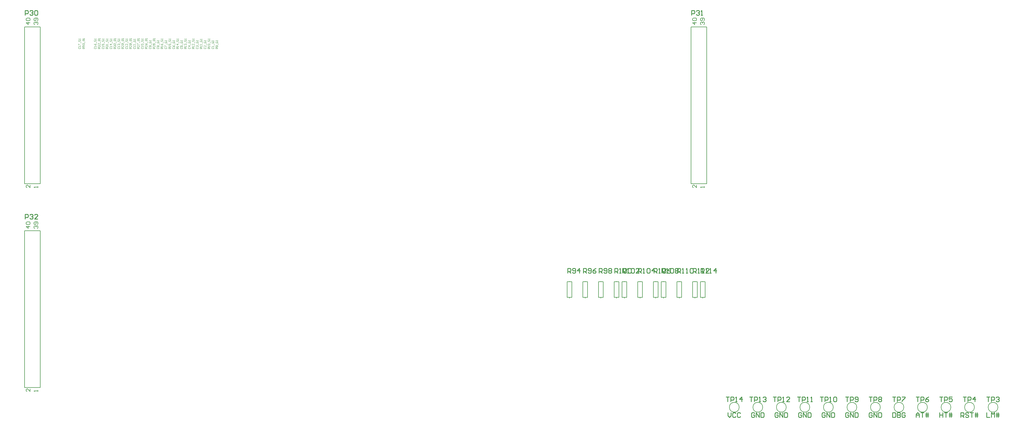
<source format=gto>
G04*
G04 #@! TF.GenerationSoftware,Altium Limited,Altium Designer,21.9.1 (22)*
G04*
G04 Layer_Color=65535*
%FSLAX25Y25*%
%MOIN*%
G70*
G04*
G04 #@! TF.SameCoordinates,96388F34-ED53-4079-84C0-77210EF012B4*
G04*
G04*
G04 #@! TF.FilePolarity,Positive*
G04*
G01*
G75*
%ADD10C,0.00787*%
%ADD11C,0.00800*%
%ADD12C,0.01000*%
%ADD13C,0.00400*%
D10*
X1106240Y120000D02*
G03*
X1106240Y120000I-6240J0D01*
G01*
X1076240D02*
G03*
X1076240Y120000I-6240J0D01*
G01*
X1016240D02*
G03*
X1016240Y120000I-6240J0D01*
G01*
X1046240D02*
G03*
X1046240Y120000I-6240J0D01*
G01*
X1166240D02*
G03*
X1166240Y120000I-6240J0D01*
G01*
X1136240D02*
G03*
X1136240Y120000I-6240J0D01*
G01*
X1196240D02*
G03*
X1196240Y120000I-6240J0D01*
G01*
X1226240D02*
G03*
X1226240Y120000I-6240J0D01*
G01*
X1256240D02*
G03*
X1256240Y120000I-6240J0D01*
G01*
X1286240D02*
G03*
X1286240Y120000I-6240J0D01*
G01*
X1316240D02*
G03*
X1316240Y120000I-6240J0D01*
G01*
X1346240D02*
G03*
X1346240Y120000I-6240J0D01*
G01*
X125000Y405000D02*
Y605000D01*
X105000Y405000D02*
Y605000D01*
Y405000D02*
X125000D01*
X105000Y605000D02*
X125000D01*
X975000Y405000D02*
Y605000D01*
X955000Y405000D02*
Y605000D01*
Y405000D02*
X975000D01*
X955000Y605000D02*
X975000D01*
X125000Y145000D02*
Y345000D01*
X105000Y145000D02*
Y345000D01*
Y145000D02*
X125000D01*
X105000Y345000D02*
X125000D01*
X967000Y280000D02*
X970000D01*
X967000Y260000D02*
Y280000D01*
Y260000D02*
X973000D01*
Y280000D01*
X970000D02*
X973000D01*
X970000Y259100D02*
Y260000D01*
Y280000D02*
Y280900D01*
X957000Y280000D02*
X960000D01*
X957000Y260000D02*
Y280000D01*
Y260000D02*
X963000D01*
Y280000D01*
X960000D02*
X963000D01*
X960000Y259100D02*
Y260000D01*
Y280000D02*
Y280900D01*
X937000Y280000D02*
X940000D01*
X937000Y260000D02*
Y280000D01*
Y260000D02*
X943000D01*
Y280000D01*
X940000D02*
X943000D01*
X940000Y259100D02*
Y260000D01*
Y280000D02*
Y280900D01*
X917000Y280000D02*
X920000D01*
X917000Y260000D02*
Y280000D01*
Y260000D02*
X923000D01*
Y280000D01*
X920000D02*
X923000D01*
X920000Y259100D02*
Y260000D01*
Y280000D02*
Y280900D01*
X907000Y280000D02*
X910000D01*
X907000Y260000D02*
Y280000D01*
Y260000D02*
X913000D01*
Y280000D01*
X910000D02*
X913000D01*
X910000Y259100D02*
Y260000D01*
Y280000D02*
Y280900D01*
X887000Y280000D02*
X890000D01*
X887000Y260000D02*
Y280000D01*
Y260000D02*
X893000D01*
Y280000D01*
X890000D02*
X893000D01*
X890000Y259100D02*
Y260000D01*
Y280000D02*
Y280900D01*
X867000Y280000D02*
X870000D01*
X867000Y260000D02*
Y280000D01*
Y260000D02*
X873000D01*
Y280000D01*
X870000D02*
X873000D01*
X870000Y259100D02*
Y260000D01*
Y280000D02*
Y280900D01*
X857000Y280000D02*
X860000D01*
X857000Y260000D02*
Y280000D01*
Y260000D02*
X863000D01*
Y280000D01*
X860000D02*
X863000D01*
X860000Y259100D02*
Y260000D01*
Y280000D02*
Y280900D01*
X837000Y280000D02*
X840000D01*
X837000Y260000D02*
Y280000D01*
Y260000D02*
X843000D01*
Y280000D01*
X840000D02*
X843000D01*
X840000Y259100D02*
Y260000D01*
Y280000D02*
Y280900D01*
X817000Y280000D02*
X820000D01*
X817000Y260000D02*
Y280000D01*
Y260000D02*
X823000D01*
Y280000D01*
X820000D02*
X823000D01*
X820000Y259100D02*
Y260000D01*
Y280000D02*
Y280900D01*
X797000Y280000D02*
X800000D01*
X797000Y260000D02*
Y280000D01*
Y260000D02*
X803000D01*
Y280000D01*
X800000D02*
X803000D01*
X800000Y259100D02*
Y260000D01*
Y280000D02*
Y280900D01*
D11*
X122000Y400000D02*
Y401666D01*
Y400833D01*
X117002D01*
X117835Y400000D01*
X112000Y403332D02*
Y400000D01*
X108668Y403332D01*
X107835D01*
X107002Y402499D01*
Y400833D01*
X107835Y400000D01*
X112000Y610499D02*
X107002D01*
X109501Y608000D01*
Y611332D01*
X107835Y612998D02*
X107002Y613831D01*
Y615498D01*
X107835Y616331D01*
X111167D01*
X112000Y615498D01*
Y613831D01*
X111167Y612998D01*
X107835D01*
X117835Y608000D02*
X117002Y608833D01*
Y610499D01*
X117835Y611332D01*
X118668D01*
X119501Y610499D01*
Y609666D01*
Y610499D01*
X120334Y611332D01*
X121167D01*
X122000Y610499D01*
Y608833D01*
X121167Y608000D01*
Y612998D02*
X122000Y613831D01*
Y615498D01*
X121167Y616331D01*
X117835D01*
X117002Y615498D01*
Y613831D01*
X117835Y612998D01*
X118668D01*
X119501Y613831D01*
Y616331D01*
X972000Y400000D02*
Y401666D01*
Y400833D01*
X967002D01*
X967835Y400000D01*
X962000Y403332D02*
Y400000D01*
X958668Y403332D01*
X957835D01*
X957002Y402499D01*
Y400833D01*
X957835Y400000D01*
X962000Y610499D02*
X957002D01*
X959501Y608000D01*
Y611332D01*
X957835Y612998D02*
X957002Y613831D01*
Y615498D01*
X957835Y616331D01*
X961167D01*
X962000Y615498D01*
Y613831D01*
X961167Y612998D01*
X957835D01*
X967835Y608000D02*
X967002Y608833D01*
Y610499D01*
X967835Y611332D01*
X968668D01*
X969501Y610499D01*
Y609666D01*
Y610499D01*
X970334Y611332D01*
X971167D01*
X972000Y610499D01*
Y608833D01*
X971167Y608000D01*
Y612998D02*
X972000Y613831D01*
Y615498D01*
X971167Y616331D01*
X967835D01*
X967002Y615498D01*
Y613831D01*
X967835Y612998D01*
X968668D01*
X969501Y613831D01*
Y616331D01*
X122000Y140000D02*
Y141666D01*
Y140833D01*
X117002D01*
X117835Y140000D01*
X112000Y143332D02*
Y140000D01*
X108668Y143332D01*
X107835D01*
X107002Y142499D01*
Y140833D01*
X107835Y140000D01*
X112000Y350499D02*
X107002D01*
X109501Y348000D01*
Y351332D01*
X107835Y352998D02*
X107002Y353831D01*
Y355498D01*
X107835Y356331D01*
X111167D01*
X112000Y355498D01*
Y353831D01*
X111167Y352998D01*
X107835D01*
X117835Y348000D02*
X117002Y348833D01*
Y350499D01*
X117835Y351332D01*
X118668D01*
X119501Y350499D01*
Y349666D01*
Y350499D01*
X120334Y351332D01*
X121167D01*
X122000Y350499D01*
Y348833D01*
X121167Y348000D01*
Y352998D02*
X122000Y353831D01*
Y355498D01*
X121167Y356331D01*
X117835D01*
X117002Y355498D01*
Y353831D01*
X117835Y352998D01*
X118668D01*
X119501Y353831D01*
Y356331D01*
D12*
X999503Y132999D02*
X1003502D01*
X1001503D01*
Y127001D01*
X1005501D02*
Y132999D01*
X1008500D01*
X1009500Y131999D01*
Y130000D01*
X1008500Y129000D01*
X1005501D01*
X1011500Y127001D02*
X1013499D01*
X1012499D01*
Y132999D01*
X1011500Y131999D01*
X1019497Y127001D02*
Y132999D01*
X1016498Y130000D01*
X1020497D01*
X1002003Y112999D02*
Y109000D01*
X1004002Y107001D01*
X1006001Y109000D01*
Y112999D01*
X1011999Y111999D02*
X1011000Y112999D01*
X1009000D01*
X1008001Y111999D01*
Y108001D01*
X1009000Y107001D01*
X1011000D01*
X1011999Y108001D01*
X1017997Y111999D02*
X1016998Y112999D01*
X1014998D01*
X1013999Y111999D01*
Y108001D01*
X1014998Y107001D01*
X1016998D01*
X1017997Y108001D01*
X1029503Y132999D02*
X1033502D01*
X1031503D01*
Y127001D01*
X1035501D02*
Y132999D01*
X1038500D01*
X1039500Y131999D01*
Y130000D01*
X1038500Y129000D01*
X1035501D01*
X1041500Y127001D02*
X1043499D01*
X1042499D01*
Y132999D01*
X1041500Y131999D01*
X1046498D02*
X1047498Y132999D01*
X1049497D01*
X1050497Y131999D01*
Y131000D01*
X1049497Y130000D01*
X1048497D01*
X1049497D01*
X1050497Y129000D01*
Y128001D01*
X1049497Y127001D01*
X1047498D01*
X1046498Y128001D01*
X1036001Y111999D02*
X1035002Y112999D01*
X1033002D01*
X1032003Y111999D01*
Y108001D01*
X1033002Y107001D01*
X1035002D01*
X1036001Y108001D01*
Y110000D01*
X1034002D01*
X1038001Y107001D02*
Y112999D01*
X1041999Y107001D01*
Y112999D01*
X1043999D02*
Y107001D01*
X1046998D01*
X1047997Y108001D01*
Y111999D01*
X1046998Y112999D01*
X1043999D01*
X1059503Y132999D02*
X1063502D01*
X1061503D01*
Y127001D01*
X1065501D02*
Y132999D01*
X1068501D01*
X1069500Y131999D01*
Y130000D01*
X1068501Y129000D01*
X1065501D01*
X1071500Y127001D02*
X1073499D01*
X1072499D01*
Y132999D01*
X1071500Y131999D01*
X1080497Y127001D02*
X1076498D01*
X1080497Y131000D01*
Y131999D01*
X1079497Y132999D01*
X1077498D01*
X1076498Y131999D01*
X1066001Y111999D02*
X1065002Y112999D01*
X1063002D01*
X1062003Y111999D01*
Y108001D01*
X1063002Y107001D01*
X1065002D01*
X1066001Y108001D01*
Y110000D01*
X1064002D01*
X1068001Y107001D02*
Y112999D01*
X1071999Y107001D01*
Y112999D01*
X1073999D02*
Y107001D01*
X1076998D01*
X1077997Y108001D01*
Y111999D01*
X1076998Y112999D01*
X1073999D01*
X1090503Y132999D02*
X1094502D01*
X1092502D01*
Y127001D01*
X1096501D02*
Y132999D01*
X1099500D01*
X1100500Y131999D01*
Y130000D01*
X1099500Y129000D01*
X1096501D01*
X1102499Y127001D02*
X1104499D01*
X1103499D01*
Y132999D01*
X1102499Y131999D01*
X1107498Y127001D02*
X1109497D01*
X1108497D01*
Y132999D01*
X1107498Y131999D01*
X1096001Y111999D02*
X1095002Y112999D01*
X1093002D01*
X1092003Y111999D01*
Y108001D01*
X1093002Y107001D01*
X1095002D01*
X1096001Y108001D01*
Y110000D01*
X1094002D01*
X1098001Y107001D02*
Y112999D01*
X1101999Y107001D01*
Y112999D01*
X1103999D02*
Y107001D01*
X1106998D01*
X1107997Y108001D01*
Y111999D01*
X1106998Y112999D01*
X1103999D01*
X1119503Y132999D02*
X1123502D01*
X1121503D01*
Y127001D01*
X1125502D02*
Y132999D01*
X1128500D01*
X1129500Y131999D01*
Y130000D01*
X1128500Y129000D01*
X1125502D01*
X1131499Y127001D02*
X1133499D01*
X1132499D01*
Y132999D01*
X1131499Y131999D01*
X1136498D02*
X1137498Y132999D01*
X1139497D01*
X1140497Y131999D01*
Y128001D01*
X1139497Y127001D01*
X1137498D01*
X1136498Y128001D01*
Y131999D01*
X1126001Y111999D02*
X1125002Y112999D01*
X1123002D01*
X1122003Y111999D01*
Y108001D01*
X1123002Y107001D01*
X1125002D01*
X1126001Y108001D01*
Y110000D01*
X1124002D01*
X1128001Y107001D02*
Y112999D01*
X1131999Y107001D01*
Y112999D01*
X1133999D02*
Y107001D01*
X1136998D01*
X1137997Y108001D01*
Y111999D01*
X1136998Y112999D01*
X1133999D01*
X1152003Y132999D02*
X1156001D01*
X1154002D01*
Y127001D01*
X1158001D02*
Y132999D01*
X1161000D01*
X1161999Y131999D01*
Y130000D01*
X1161000Y129000D01*
X1158001D01*
X1163999Y128001D02*
X1164998Y127001D01*
X1166998D01*
X1167997Y128001D01*
Y131999D01*
X1166998Y132999D01*
X1164998D01*
X1163999Y131999D01*
Y131000D01*
X1164998Y130000D01*
X1167997D01*
X1156001Y111999D02*
X1155002Y112999D01*
X1153002D01*
X1152003Y111999D01*
Y108001D01*
X1153002Y107001D01*
X1155002D01*
X1156001Y108001D01*
Y110000D01*
X1154002D01*
X1158001Y107001D02*
Y112999D01*
X1161999Y107001D01*
Y112999D01*
X1163999D02*
Y107001D01*
X1166998D01*
X1167997Y108001D01*
Y111999D01*
X1166998Y112999D01*
X1163999D01*
X1182003Y132999D02*
X1186001D01*
X1184002D01*
Y127001D01*
X1188001D02*
Y132999D01*
X1191000D01*
X1191999Y131999D01*
Y130000D01*
X1191000Y129000D01*
X1188001D01*
X1193999Y131999D02*
X1194998Y132999D01*
X1196998D01*
X1197997Y131999D01*
Y131000D01*
X1196998Y130000D01*
X1197997Y129000D01*
Y128001D01*
X1196998Y127001D01*
X1194998D01*
X1193999Y128001D01*
Y129000D01*
X1194998Y130000D01*
X1193999Y131000D01*
Y131999D01*
X1194998Y130000D02*
X1196998D01*
X1186001Y111999D02*
X1185002Y112999D01*
X1183002D01*
X1182003Y111999D01*
Y108001D01*
X1183002Y107001D01*
X1185002D01*
X1186001Y108001D01*
Y110000D01*
X1184002D01*
X1188001Y107001D02*
Y112999D01*
X1191999Y107001D01*
Y112999D01*
X1193999D02*
Y107001D01*
X1196998D01*
X1197997Y108001D01*
Y111999D01*
X1196998Y112999D01*
X1193999D01*
X1212003Y132999D02*
X1216001D01*
X1214002D01*
Y127001D01*
X1218001D02*
Y132999D01*
X1221000D01*
X1221999Y131999D01*
Y130000D01*
X1221000Y129000D01*
X1218001D01*
X1223999Y132999D02*
X1227997D01*
Y131999D01*
X1223999Y128001D01*
Y127001D01*
X1212003Y112999D02*
Y107001D01*
X1215002D01*
X1216001Y108001D01*
Y111999D01*
X1215002Y112999D01*
X1212003D01*
X1218001D02*
Y107001D01*
X1221000D01*
X1221999Y108001D01*
Y109000D01*
X1221000Y110000D01*
X1218001D01*
X1221000D01*
X1221999Y111000D01*
Y111999D01*
X1221000Y112999D01*
X1218001D01*
X1227997Y111999D02*
X1226998Y112999D01*
X1224998D01*
X1223999Y111999D01*
Y108001D01*
X1224998Y107001D01*
X1226998D01*
X1227997Y108001D01*
Y110000D01*
X1225998D01*
X1242003Y132999D02*
X1246001D01*
X1244002D01*
Y127001D01*
X1248001D02*
Y132999D01*
X1251000D01*
X1251999Y131999D01*
Y130000D01*
X1251000Y129000D01*
X1248001D01*
X1257997Y132999D02*
X1255998Y131999D01*
X1253999Y130000D01*
Y128001D01*
X1254998Y127001D01*
X1256998D01*
X1257997Y128001D01*
Y129000D01*
X1256998Y130000D01*
X1253999D01*
X1242003Y107001D02*
Y111000D01*
X1244002Y112999D01*
X1246001Y111000D01*
Y107001D01*
Y110000D01*
X1242003D01*
X1248001Y112999D02*
X1251999D01*
X1250000D01*
Y107001D01*
X1254998D02*
Y112999D01*
X1256998D02*
Y107001D01*
X1253999Y111000D02*
X1256998D01*
X1257997D01*
X1253999Y109000D02*
X1257997D01*
X1272003Y132999D02*
X1276001D01*
X1274002D01*
Y127001D01*
X1278001D02*
Y132999D01*
X1281000D01*
X1281999Y131999D01*
Y130000D01*
X1281000Y129000D01*
X1278001D01*
X1287997Y132999D02*
X1283999D01*
Y130000D01*
X1285998Y131000D01*
X1286998D01*
X1287997Y130000D01*
Y128001D01*
X1286998Y127001D01*
X1284998D01*
X1283999Y128001D01*
X1272003Y112999D02*
Y107001D01*
Y110000D01*
X1276001D01*
Y112999D01*
Y107001D01*
X1278001Y112999D02*
X1281999D01*
X1280000D01*
Y107001D01*
X1284998D02*
Y112999D01*
X1286998D02*
Y107001D01*
X1283999Y111000D02*
X1286998D01*
X1287997D01*
X1283999Y109000D02*
X1287997D01*
X1302003Y132999D02*
X1306001D01*
X1304002D01*
Y127001D01*
X1308001D02*
Y132999D01*
X1311000D01*
X1311999Y131999D01*
Y130000D01*
X1311000Y129000D01*
X1308001D01*
X1316998Y127001D02*
Y132999D01*
X1313999Y130000D01*
X1317997D01*
X1299004Y107001D02*
Y112999D01*
X1302003D01*
X1303002Y111999D01*
Y110000D01*
X1302003Y109000D01*
X1299004D01*
X1301003D02*
X1303002Y107001D01*
X1309000Y111999D02*
X1308001Y112999D01*
X1306001D01*
X1305002Y111999D01*
Y111000D01*
X1306001Y110000D01*
X1308001D01*
X1309000Y109000D01*
Y108001D01*
X1308001Y107001D01*
X1306001D01*
X1305002Y108001D01*
X1311000Y112999D02*
X1314998D01*
X1312999D01*
Y107001D01*
X1317997D02*
Y112999D01*
X1319997D02*
Y107001D01*
X1316998Y111000D02*
X1319997D01*
X1320996D01*
X1316998Y109000D02*
X1320996D01*
X1332003Y132999D02*
X1336001D01*
X1334002D01*
Y127001D01*
X1338001D02*
Y132999D01*
X1341000D01*
X1341999Y131999D01*
Y130000D01*
X1341000Y129000D01*
X1338001D01*
X1343999Y131999D02*
X1344998Y132999D01*
X1346998D01*
X1347997Y131999D01*
Y131000D01*
X1346998Y130000D01*
X1345998D01*
X1346998D01*
X1347997Y129000D01*
Y128001D01*
X1346998Y127001D01*
X1344998D01*
X1343999Y128001D01*
X1332003Y112999D02*
Y107001D01*
X1336001D01*
X1338001D02*
Y112999D01*
X1340000Y111000D01*
X1341999Y112999D01*
Y107001D01*
X1344998D02*
Y112999D01*
X1346998D02*
Y107001D01*
X1343999Y111000D02*
X1346998D01*
X1347997D01*
X1343999Y109000D02*
X1347997D01*
X105600Y620100D02*
Y626098D01*
X108599D01*
X109599Y625098D01*
Y623099D01*
X108599Y622099D01*
X105600D01*
X111598Y625098D02*
X112598Y626098D01*
X114597D01*
X115597Y625098D01*
Y624099D01*
X114597Y623099D01*
X113597D01*
X114597D01*
X115597Y622099D01*
Y621100D01*
X114597Y620100D01*
X112598D01*
X111598Y621100D01*
X117596Y625098D02*
X118596Y626098D01*
X120595D01*
X121595Y625098D01*
Y621100D01*
X120595Y620100D01*
X118596D01*
X117596Y621100D01*
Y625098D01*
X955600Y620100D02*
Y626098D01*
X958599D01*
X959599Y625098D01*
Y623099D01*
X958599Y622099D01*
X955600D01*
X961598Y625098D02*
X962598Y626098D01*
X964597D01*
X965597Y625098D01*
Y624099D01*
X964597Y623099D01*
X963597D01*
X964597D01*
X965597Y622099D01*
Y621100D01*
X964597Y620100D01*
X962598D01*
X961598Y621100D01*
X967596Y620100D02*
X969596D01*
X968596D01*
Y626098D01*
X967596Y625098D01*
X105600Y360100D02*
Y366098D01*
X108599D01*
X109599Y365098D01*
Y363099D01*
X108599Y362099D01*
X105600D01*
X111598Y365098D02*
X112598Y366098D01*
X114597D01*
X115597Y365098D01*
Y364099D01*
X114597Y363099D01*
X113597D01*
X114597D01*
X115597Y362099D01*
Y361100D01*
X114597Y360100D01*
X112598D01*
X111598Y361100D01*
X121595Y360100D02*
X117596D01*
X121595Y364099D01*
Y365098D01*
X120595Y366098D01*
X118596D01*
X117596Y365098D01*
X937600Y291200D02*
Y297198D01*
X940599D01*
X941599Y296198D01*
Y294199D01*
X940599Y293199D01*
X937600D01*
X939599D02*
X941599Y291200D01*
X943598D02*
X945597D01*
X944598D01*
Y297198D01*
X943598Y296198D01*
X948596Y291200D02*
X950596D01*
X949596D01*
Y297198D01*
X948596Y296198D01*
X953595D02*
X954595Y297198D01*
X956594D01*
X957594Y296198D01*
Y292200D01*
X956594Y291200D01*
X954595D01*
X953595Y292200D01*
Y296198D01*
X967600Y291200D02*
Y297198D01*
X970599D01*
X971599Y296198D01*
Y294199D01*
X970599Y293199D01*
X967600D01*
X969599D02*
X971599Y291200D01*
X973598D02*
X975597D01*
X974598D01*
Y297198D01*
X973598Y296198D01*
X978596Y291200D02*
X980596D01*
X979596D01*
Y297198D01*
X978596Y296198D01*
X986594Y291200D02*
Y297198D01*
X983595Y294199D01*
X987593D01*
X907600Y291200D02*
Y297198D01*
X910599D01*
X911599Y296198D01*
Y294199D01*
X910599Y293199D01*
X907600D01*
X909599D02*
X911599Y291200D01*
X913598D02*
X915597D01*
X914598D01*
Y297198D01*
X913598Y296198D01*
X918596D02*
X919596Y297198D01*
X921595D01*
X922595Y296198D01*
Y292200D01*
X921595Y291200D01*
X919596D01*
X918596Y292200D01*
Y296198D01*
X928593Y297198D02*
X926594Y296198D01*
X924594Y294199D01*
Y292200D01*
X925594Y291200D01*
X927594D01*
X928593Y292200D01*
Y293199D01*
X927594Y294199D01*
X924594D01*
X857600Y291200D02*
Y297198D01*
X860599D01*
X861599Y296198D01*
Y294199D01*
X860599Y293199D01*
X857600D01*
X859599D02*
X861599Y291200D01*
X863598D02*
X865597D01*
X864598D01*
Y297198D01*
X863598Y296198D01*
X868596D02*
X869596Y297198D01*
X871595D01*
X872595Y296198D01*
Y292200D01*
X871595Y291200D01*
X869596D01*
X868596Y292200D01*
Y296198D01*
X874594D02*
X875594Y297198D01*
X877594D01*
X878593Y296198D01*
Y292200D01*
X877594Y291200D01*
X875594D01*
X874594Y292200D01*
Y296198D01*
X957600Y291200D02*
Y297198D01*
X960599D01*
X961599Y296198D01*
Y294199D01*
X960599Y293199D01*
X957600D01*
X959599D02*
X961599Y291200D01*
X963598D02*
X965597D01*
X964598D01*
Y297198D01*
X963598Y296198D01*
X968596Y291200D02*
X970596D01*
X969596D01*
Y297198D01*
X968596Y296198D01*
X977594Y291200D02*
X973595D01*
X977594Y295199D01*
Y296198D01*
X976594Y297198D01*
X974594D01*
X973595Y296198D01*
X817600Y291200D02*
Y297198D01*
X820599D01*
X821599Y296198D01*
Y294199D01*
X820599Y293199D01*
X817600D01*
X819599D02*
X821599Y291200D01*
X823598Y292200D02*
X824598Y291200D01*
X826597D01*
X827597Y292200D01*
Y296198D01*
X826597Y297198D01*
X824598D01*
X823598Y296198D01*
Y295199D01*
X824598Y294199D01*
X827597D01*
X833595Y297198D02*
X831596Y296198D01*
X829596Y294199D01*
Y292200D01*
X830596Y291200D01*
X832595D01*
X833595Y292200D01*
Y293199D01*
X832595Y294199D01*
X829596D01*
X837600Y291200D02*
Y297198D01*
X840599D01*
X841599Y296198D01*
Y294199D01*
X840599Y293199D01*
X837600D01*
X839599D02*
X841599Y291200D01*
X843598Y292200D02*
X844598Y291200D01*
X846597D01*
X847597Y292200D01*
Y296198D01*
X846597Y297198D01*
X844598D01*
X843598Y296198D01*
Y295199D01*
X844598Y294199D01*
X847597D01*
X849596Y296198D02*
X850596Y297198D01*
X852595D01*
X853595Y296198D01*
Y295199D01*
X852595Y294199D01*
X853595Y293199D01*
Y292200D01*
X852595Y291200D01*
X850596D01*
X849596Y292200D01*
Y293199D01*
X850596Y294199D01*
X849596Y295199D01*
Y296198D01*
X850596Y294199D02*
X852595D01*
X887600Y291200D02*
Y297198D01*
X890599D01*
X891599Y296198D01*
Y294199D01*
X890599Y293199D01*
X887600D01*
X889599D02*
X891599Y291200D01*
X893598D02*
X895597D01*
X894598D01*
Y297198D01*
X893598Y296198D01*
X898596D02*
X899596Y297198D01*
X901595D01*
X902595Y296198D01*
Y292200D01*
X901595Y291200D01*
X899596D01*
X898596Y292200D01*
Y296198D01*
X907594Y291200D02*
Y297198D01*
X904595Y294199D01*
X908593D01*
X867600Y291200D02*
Y297198D01*
X870599D01*
X871599Y296198D01*
Y294199D01*
X870599Y293199D01*
X867600D01*
X869599D02*
X871599Y291200D01*
X873598D02*
X875597D01*
X874598D01*
Y297198D01*
X873598Y296198D01*
X878596D02*
X879596Y297198D01*
X881596D01*
X882595Y296198D01*
Y292200D01*
X881596Y291200D01*
X879596D01*
X878596Y292200D01*
Y296198D01*
X888593Y291200D02*
X884595D01*
X888593Y295199D01*
Y296198D01*
X887593Y297198D01*
X885594D01*
X884595Y296198D01*
X797600Y291200D02*
Y297198D01*
X800599D01*
X801599Y296198D01*
Y294199D01*
X800599Y293199D01*
X797600D01*
X799599D02*
X801599Y291200D01*
X803598Y292200D02*
X804598Y291200D01*
X806597D01*
X807597Y292200D01*
Y296198D01*
X806597Y297198D01*
X804598D01*
X803598Y296198D01*
Y295199D01*
X804598Y294199D01*
X807597D01*
X812595Y291200D02*
Y297198D01*
X809596Y294199D01*
X813595D01*
X917600Y291200D02*
Y297198D01*
X920599D01*
X921599Y296198D01*
Y294199D01*
X920599Y293199D01*
X917600D01*
X919599D02*
X921599Y291200D01*
X923598D02*
X925597D01*
X924598D01*
Y297198D01*
X923598Y296198D01*
X928596D02*
X929596Y297198D01*
X931596D01*
X932595Y296198D01*
Y292200D01*
X931596Y291200D01*
X929596D01*
X928596Y292200D01*
Y296198D01*
X934595D02*
X935594Y297198D01*
X937593D01*
X938593Y296198D01*
Y295199D01*
X937593Y294199D01*
X938593Y293199D01*
Y292200D01*
X937593Y291200D01*
X935594D01*
X934595Y292200D01*
Y293199D01*
X935594Y294199D01*
X934595Y295199D01*
Y296198D01*
X935594Y294199D02*
X937593D01*
D13*
X181184Y577400D02*
X178684D01*
Y578650D01*
X179101Y579066D01*
X179934D01*
X180350Y578650D01*
Y577400D01*
Y578233D02*
X181184Y579066D01*
X178684Y581565D02*
Y579899D01*
X179934D01*
X179517Y580732D01*
Y581149D01*
X179934Y581565D01*
X180767D01*
X181184Y581149D01*
Y580316D01*
X180767Y579899D01*
X179101Y582398D02*
X178684Y582815D01*
Y583648D01*
X179101Y584064D01*
X180767D01*
X181184Y583648D01*
Y582815D01*
X180767Y582398D01*
X179101D01*
X181600Y584898D02*
Y586564D01*
X179101Y589063D02*
X178684Y588646D01*
Y587813D01*
X179101Y587397D01*
X180767D01*
X181184Y587813D01*
Y588646D01*
X180767Y589063D01*
X179934D01*
Y588230D01*
X181184Y589896D02*
Y590729D01*
Y590312D01*
X178684D01*
X179101Y589896D01*
X201041Y577400D02*
X198542D01*
Y578650D01*
X198959Y579066D01*
X199792D01*
X200208Y578650D01*
Y577400D01*
Y578233D02*
X201041Y579066D01*
X198959Y579899D02*
X198542Y580316D01*
Y581149D01*
X198959Y581565D01*
X199375D01*
X199792Y581149D01*
Y580732D01*
Y581149D01*
X200208Y581565D01*
X200625D01*
X201041Y581149D01*
Y580316D01*
X200625Y579899D01*
X201041Y584064D02*
Y582398D01*
X199375Y584064D01*
X198959D01*
X198542Y583648D01*
Y582815D01*
X198959Y582398D01*
X201458Y584898D02*
Y586564D01*
X198959Y589063D02*
X198542Y588646D01*
Y587813D01*
X198959Y587397D01*
X200625D01*
X201041Y587813D01*
Y588646D01*
X200625Y589063D01*
X199792D01*
Y588230D01*
X201041Y589896D02*
Y590729D01*
Y590312D01*
X198542D01*
X198959Y589896D01*
X211041Y577400D02*
X208542D01*
Y578650D01*
X208959Y579066D01*
X209792D01*
X210208Y578650D01*
Y577400D01*
Y578233D02*
X211041Y579066D01*
X208959Y579899D02*
X208542Y580316D01*
Y581149D01*
X208959Y581565D01*
X209375D01*
X209792Y581149D01*
Y580732D01*
Y581149D01*
X210208Y581565D01*
X210625D01*
X211041Y581149D01*
Y580316D01*
X210625Y579899D01*
X211041Y582398D02*
Y583231D01*
Y582815D01*
X208542D01*
X208959Y582398D01*
X211458Y584481D02*
Y586147D01*
X208959Y588646D02*
X208542Y588230D01*
Y587397D01*
X208959Y586980D01*
X210625D01*
X211041Y587397D01*
Y588230D01*
X210625Y588646D01*
X209792D01*
Y587813D01*
X211041Y589479D02*
Y590312D01*
Y589896D01*
X208542D01*
X208959Y589479D01*
X221041Y577400D02*
X218542D01*
Y578650D01*
X218959Y579066D01*
X219792D01*
X220208Y578650D01*
Y577400D01*
Y578233D02*
X221041Y579066D01*
X218959Y579899D02*
X218542Y580316D01*
Y581149D01*
X218959Y581565D01*
X219375D01*
X219792Y581149D01*
Y580732D01*
Y581149D01*
X220208Y581565D01*
X220625D01*
X221041Y581149D01*
Y580316D01*
X220625Y579899D01*
X218959Y582398D02*
X218542Y582815D01*
Y583648D01*
X218959Y584064D01*
X220625D01*
X221041Y583648D01*
Y582815D01*
X220625Y582398D01*
X218959D01*
X221458Y584898D02*
Y586564D01*
X218959Y589063D02*
X218542Y588646D01*
Y587813D01*
X218959Y587397D01*
X220625D01*
X221041Y587813D01*
Y588646D01*
X220625Y589063D01*
X219792D01*
Y588230D01*
X221041Y589896D02*
Y590729D01*
Y590312D01*
X218542D01*
X218959Y589896D01*
X231041Y577400D02*
X228542D01*
Y578650D01*
X228959Y579066D01*
X229792D01*
X230208Y578650D01*
Y577400D01*
Y578233D02*
X231041Y579066D01*
Y581565D02*
Y579899D01*
X229375Y581565D01*
X228959D01*
X228542Y581149D01*
Y580316D01*
X228959Y579899D01*
X230625Y582398D02*
X231041Y582815D01*
Y583648D01*
X230625Y584064D01*
X228959D01*
X228542Y583648D01*
Y582815D01*
X228959Y582398D01*
X229375D01*
X229792Y582815D01*
Y584064D01*
X231458Y584898D02*
Y586564D01*
X228959Y589063D02*
X228542Y588646D01*
Y587813D01*
X228959Y587397D01*
X230625D01*
X231041Y587813D01*
Y588646D01*
X230625Y589063D01*
X229792D01*
Y588230D01*
X231041Y589896D02*
Y590729D01*
Y590312D01*
X228542D01*
X228959Y589896D01*
X241041Y577400D02*
X238542D01*
Y578650D01*
X238959Y579066D01*
X239792D01*
X240208Y578650D01*
Y577400D01*
Y578233D02*
X241041Y579066D01*
Y581565D02*
Y579899D01*
X239375Y581565D01*
X238959D01*
X238542Y581149D01*
Y580316D01*
X238959Y579899D01*
Y582398D02*
X238542Y582815D01*
Y583648D01*
X238959Y584064D01*
X239375D01*
X239792Y583648D01*
X240208Y584064D01*
X240625D01*
X241041Y583648D01*
Y582815D01*
X240625Y582398D01*
X240208D01*
X239792Y582815D01*
X239375Y582398D01*
X238959D01*
X239792Y582815D02*
Y583648D01*
X241458Y584898D02*
Y586564D01*
X238959Y589063D02*
X238542Y588646D01*
Y587813D01*
X238959Y587397D01*
X240625D01*
X241041Y587813D01*
Y588646D01*
X240625Y589063D01*
X239792D01*
Y588230D01*
X241041Y589896D02*
Y590729D01*
Y590312D01*
X238542D01*
X238959Y589896D01*
X251041Y577400D02*
X248542D01*
Y578650D01*
X248959Y579066D01*
X249792D01*
X250208Y578650D01*
Y577400D01*
Y578233D02*
X251041Y579066D01*
Y581565D02*
Y579899D01*
X249375Y581565D01*
X248959D01*
X248542Y581149D01*
Y580316D01*
X248959Y579899D01*
X248542Y582398D02*
Y584064D01*
X248959D01*
X250625Y582398D01*
X251041D01*
X251458Y584898D02*
Y586564D01*
X248959Y589063D02*
X248542Y588646D01*
Y587813D01*
X248959Y587397D01*
X250625D01*
X251041Y587813D01*
Y588646D01*
X250625Y589063D01*
X249792D01*
Y588230D01*
X251041Y589896D02*
Y590729D01*
Y590312D01*
X248542D01*
X248959Y589896D01*
X261041Y577400D02*
X258542D01*
Y578650D01*
X258959Y579066D01*
X259792D01*
X260208Y578650D01*
Y577400D01*
Y578233D02*
X261041Y579066D01*
Y581565D02*
Y579899D01*
X259375Y581565D01*
X258959D01*
X258542Y581149D01*
Y580316D01*
X258959Y579899D01*
X258542Y584064D02*
X258959Y583231D01*
X259792Y582398D01*
X260625D01*
X261041Y582815D01*
Y583648D01*
X260625Y584064D01*
X260208D01*
X259792Y583648D01*
Y582398D01*
X261458Y584898D02*
Y586564D01*
X258959Y589063D02*
X258542Y588646D01*
Y587813D01*
X258959Y587397D01*
X260625D01*
X261041Y587813D01*
Y588646D01*
X260625Y589063D01*
X259792D01*
Y588230D01*
X261041Y589896D02*
Y590729D01*
Y590312D01*
X258542D01*
X258959Y589896D01*
X271041Y577400D02*
X268542D01*
Y578650D01*
X268959Y579066D01*
X269792D01*
X270208Y578650D01*
Y577400D01*
Y578233D02*
X271041Y579066D01*
Y581565D02*
Y579899D01*
X269375Y581565D01*
X268959D01*
X268542Y581149D01*
Y580316D01*
X268959Y579899D01*
X268542Y584064D02*
Y582398D01*
X269792D01*
X269375Y583231D01*
Y583648D01*
X269792Y584064D01*
X270625D01*
X271041Y583648D01*
Y582815D01*
X270625Y582398D01*
X271458Y584898D02*
Y586564D01*
X268959Y589063D02*
X268542Y588646D01*
Y587813D01*
X268959Y587397D01*
X270625D01*
X271041Y587813D01*
Y588646D01*
X270625Y589063D01*
X269792D01*
Y588230D01*
X271041Y589896D02*
Y590729D01*
Y590312D01*
X268542D01*
X268959Y589896D01*
X281041Y577400D02*
X278542D01*
Y578650D01*
X278959Y579066D01*
X279792D01*
X280208Y578650D01*
Y577400D01*
Y578233D02*
X281041Y579066D01*
Y579899D02*
Y580732D01*
Y580316D01*
X278542D01*
X278959Y579899D01*
X278542Y583648D02*
X278959Y582815D01*
X279792Y581982D01*
X280625D01*
X281041Y582398D01*
Y583231D01*
X280625Y583648D01*
X280208D01*
X279792Y583231D01*
Y581982D01*
X281458Y584481D02*
Y586147D01*
X278959Y588646D02*
X278542Y588230D01*
Y587397D01*
X278959Y586980D01*
X280625D01*
X281041Y587397D01*
Y588230D01*
X280625Y588646D01*
X279792D01*
Y587813D01*
X281041Y589479D02*
Y590312D01*
Y589896D01*
X278542D01*
X278959Y589479D01*
X291041Y577400D02*
X288542D01*
Y578650D01*
X288959Y579066D01*
X289792D01*
X290208Y578650D01*
Y577400D01*
Y578233D02*
X291041Y579066D01*
Y579899D02*
Y580732D01*
Y580316D01*
X288542D01*
X288959Y579899D01*
X288542Y583648D02*
Y581982D01*
X289792D01*
X289375Y582815D01*
Y583231D01*
X289792Y583648D01*
X290625D01*
X291041Y583231D01*
Y582398D01*
X290625Y581982D01*
X291458Y584481D02*
Y586147D01*
X288959Y588646D02*
X288542Y588230D01*
Y587397D01*
X288959Y586980D01*
X290625D01*
X291041Y587397D01*
Y588230D01*
X290625Y588646D01*
X289792D01*
Y587813D01*
X291041Y589479D02*
Y590312D01*
Y589896D01*
X288542D01*
X288959Y589479D01*
X301041Y577400D02*
X298542D01*
Y578650D01*
X298959Y579066D01*
X299792D01*
X300208Y578650D01*
Y577400D01*
Y578233D02*
X301041Y579066D01*
Y579899D02*
Y580732D01*
Y580316D01*
X298542D01*
X298959Y579899D01*
X301041Y583231D02*
X298542D01*
X299792Y581982D01*
Y583648D01*
X301458Y584481D02*
Y586147D01*
X298959Y588646D02*
X298542Y588230D01*
Y587397D01*
X298959Y586980D01*
X300625D01*
X301041Y587397D01*
Y588230D01*
X300625Y588646D01*
X299792D01*
Y587813D01*
X301041Y589479D02*
Y590312D01*
Y589896D01*
X298542D01*
X298959Y589479D01*
X311041Y577400D02*
X308542D01*
Y578650D01*
X308959Y579066D01*
X309792D01*
X310208Y578650D01*
Y577400D01*
Y578233D02*
X311041Y579066D01*
Y579899D02*
Y580732D01*
Y580316D01*
X308542D01*
X308959Y579899D01*
Y581982D02*
X308542Y582398D01*
Y583231D01*
X308959Y583648D01*
X309375D01*
X309792Y583231D01*
Y582815D01*
Y583231D01*
X310208Y583648D01*
X310625D01*
X311041Y583231D01*
Y582398D01*
X310625Y581982D01*
X311458Y584481D02*
Y586147D01*
X308959Y588646D02*
X308542Y588230D01*
Y587397D01*
X308959Y586980D01*
X310625D01*
X311041Y587397D01*
Y588230D01*
X310625Y588646D01*
X309792D01*
Y587813D01*
X311041Y589479D02*
Y590312D01*
Y589896D01*
X308542D01*
X308959Y589479D01*
X321041Y577400D02*
X318542D01*
Y578650D01*
X318959Y579066D01*
X319792D01*
X320208Y578650D01*
Y577400D01*
Y578233D02*
X321041Y579066D01*
Y579899D02*
Y580732D01*
Y580316D01*
X318542D01*
X318959Y579899D01*
X321041Y583648D02*
Y581982D01*
X319375Y583648D01*
X318959D01*
X318542Y583231D01*
Y582398D01*
X318959Y581982D01*
X321458Y584481D02*
Y586147D01*
X318959Y588646D02*
X318542Y588230D01*
Y587397D01*
X318959Y586980D01*
X320625D01*
X321041Y587397D01*
Y588230D01*
X320625Y588646D01*
X319792D01*
Y587813D01*
X321041Y589479D02*
Y590312D01*
Y589896D01*
X318542D01*
X318959Y589479D01*
X331041Y577400D02*
X328542D01*
Y578650D01*
X328959Y579066D01*
X329792D01*
X330208Y578650D01*
Y577400D01*
Y578233D02*
X331041Y579066D01*
Y579899D02*
Y580732D01*
Y580316D01*
X328542D01*
X328959Y579899D01*
X331041Y581982D02*
Y582815D01*
Y582398D01*
X328542D01*
X328959Y581982D01*
X331458Y584064D02*
Y585731D01*
X328959Y588230D02*
X328542Y587813D01*
Y586980D01*
X328959Y586564D01*
X330625D01*
X331041Y586980D01*
Y587813D01*
X330625Y588230D01*
X329792D01*
Y587397D01*
X331041Y589063D02*
Y589896D01*
Y589479D01*
X328542D01*
X328959Y589063D01*
X341041Y577400D02*
X338542D01*
Y578650D01*
X338959Y579066D01*
X339792D01*
X340208Y578650D01*
Y577400D01*
Y578233D02*
X341041Y579066D01*
Y579899D02*
Y580732D01*
Y580316D01*
X338542D01*
X338959Y579899D01*
Y581982D02*
X338542Y582398D01*
Y583231D01*
X338959Y583648D01*
X340625D01*
X341041Y583231D01*
Y582398D01*
X340625Y581982D01*
X338959D01*
X341458Y584481D02*
Y586147D01*
X338959Y588646D02*
X338542Y588230D01*
Y587397D01*
X338959Y586980D01*
X340625D01*
X341041Y587397D01*
Y588230D01*
X340625Y588646D01*
X339792D01*
Y587813D01*
X341041Y589479D02*
Y590312D01*
Y589896D01*
X338542D01*
X338959Y589479D01*
X351041Y577400D02*
X348542D01*
Y578650D01*
X348959Y579066D01*
X349792D01*
X350208Y578650D01*
Y577400D01*
Y578233D02*
X351041Y579066D01*
X350625Y579899D02*
X351041Y580316D01*
Y581149D01*
X350625Y581565D01*
X348959D01*
X348542Y581149D01*
Y580316D01*
X348959Y579899D01*
X349375D01*
X349792Y580316D01*
Y581565D01*
X351458Y582398D02*
Y584064D01*
X348959Y586564D02*
X348542Y586147D01*
Y585314D01*
X348959Y584898D01*
X350625D01*
X351041Y585314D01*
Y586147D01*
X350625Y586564D01*
X349792D01*
Y585731D01*
X351041Y587397D02*
Y588230D01*
Y587813D01*
X348542D01*
X348959Y587397D01*
X173959Y579066D02*
X173542Y578650D01*
Y577816D01*
X173959Y577400D01*
X175625D01*
X176041Y577816D01*
Y578650D01*
X175625Y579066D01*
X176041Y579899D02*
Y580732D01*
Y580316D01*
X173542D01*
X173959Y579899D01*
X173542Y581982D02*
Y583648D01*
X173959D01*
X175625Y581982D01*
X176041D01*
X176458Y584481D02*
Y586147D01*
X173959Y588646D02*
X173542Y588230D01*
Y587397D01*
X173959Y586980D01*
X175625D01*
X176041Y587397D01*
Y588230D01*
X175625Y588646D01*
X174792D01*
Y587813D01*
X176041Y589479D02*
Y590312D01*
Y589896D01*
X173542D01*
X173959Y589479D01*
X193959Y579066D02*
X193542Y578650D01*
Y577816D01*
X193959Y577400D01*
X195625D01*
X196041Y577816D01*
Y578650D01*
X195625Y579066D01*
X196041Y579899D02*
Y580732D01*
Y580316D01*
X193542D01*
X193959Y579899D01*
X193542Y583648D02*
X193959Y582815D01*
X194792Y581982D01*
X195625D01*
X196041Y582398D01*
Y583231D01*
X195625Y583648D01*
X195208D01*
X194792Y583231D01*
Y581982D01*
X196458Y584481D02*
Y586147D01*
X193959Y588646D02*
X193542Y588230D01*
Y587397D01*
X193959Y586980D01*
X195625D01*
X196041Y587397D01*
Y588230D01*
X195625Y588646D01*
X194792D01*
Y587813D01*
X196041Y589479D02*
Y590312D01*
Y589896D01*
X193542D01*
X193959Y589479D01*
X203959Y579066D02*
X203542Y578650D01*
Y577816D01*
X203959Y577400D01*
X205625D01*
X206041Y577816D01*
Y578650D01*
X205625Y579066D01*
X206041Y579899D02*
Y580732D01*
Y580316D01*
X203542D01*
X203959Y579899D01*
X203542Y583648D02*
Y581982D01*
X204792D01*
X204375Y582815D01*
Y583231D01*
X204792Y583648D01*
X205625D01*
X206041Y583231D01*
Y582398D01*
X205625Y581982D01*
X206458Y584481D02*
Y586147D01*
X203959Y588646D02*
X203542Y588230D01*
Y587397D01*
X203959Y586980D01*
X205625D01*
X206041Y587397D01*
Y588230D01*
X205625Y588646D01*
X204792D01*
Y587813D01*
X206041Y589479D02*
Y590312D01*
Y589896D01*
X203542D01*
X203959Y589479D01*
X213959Y579066D02*
X213542Y578650D01*
Y577816D01*
X213959Y577400D01*
X215625D01*
X216041Y577816D01*
Y578650D01*
X215625Y579066D01*
X216041Y579899D02*
Y580732D01*
Y580316D01*
X213542D01*
X213959Y579899D01*
X216041Y583231D02*
X213542D01*
X214792Y581982D01*
Y583648D01*
X216458Y584481D02*
Y586147D01*
X213959Y588646D02*
X213542Y588230D01*
Y587397D01*
X213959Y586980D01*
X215625D01*
X216041Y587397D01*
Y588230D01*
X215625Y588646D01*
X214792D01*
Y587813D01*
X216041Y589479D02*
Y590312D01*
Y589896D01*
X213542D01*
X213959Y589479D01*
X223959Y579066D02*
X223542Y578650D01*
Y577816D01*
X223959Y577400D01*
X225625D01*
X226041Y577816D01*
Y578650D01*
X225625Y579066D01*
X226041Y579899D02*
Y580732D01*
Y580316D01*
X223542D01*
X223959Y579899D01*
Y581982D02*
X223542Y582398D01*
Y583231D01*
X223959Y583648D01*
X224375D01*
X224792Y583231D01*
Y582815D01*
Y583231D01*
X225208Y583648D01*
X225625D01*
X226041Y583231D01*
Y582398D01*
X225625Y581982D01*
X226458Y584481D02*
Y586147D01*
X223959Y588646D02*
X223542Y588230D01*
Y587397D01*
X223959Y586980D01*
X225625D01*
X226041Y587397D01*
Y588230D01*
X225625Y588646D01*
X224792D01*
Y587813D01*
X226041Y589479D02*
Y590312D01*
Y589896D01*
X223542D01*
X223959Y589479D01*
X233959Y579066D02*
X233542Y578650D01*
Y577816D01*
X233959Y577400D01*
X235625D01*
X236041Y577816D01*
Y578650D01*
X235625Y579066D01*
X236041Y579899D02*
Y580732D01*
Y580316D01*
X233542D01*
X233959Y579899D01*
X236041Y583648D02*
Y581982D01*
X234375Y583648D01*
X233959D01*
X233542Y583231D01*
Y582398D01*
X233959Y581982D01*
X236458Y584481D02*
Y586147D01*
X233959Y588646D02*
X233542Y588230D01*
Y587397D01*
X233959Y586980D01*
X235625D01*
X236041Y587397D01*
Y588230D01*
X235625Y588646D01*
X234792D01*
Y587813D01*
X236041Y589479D02*
Y590312D01*
Y589896D01*
X233542D01*
X233959Y589479D01*
X243959Y579066D02*
X243542Y578650D01*
Y577816D01*
X243959Y577400D01*
X245625D01*
X246041Y577816D01*
Y578650D01*
X245625Y579066D01*
X246041Y579899D02*
Y580732D01*
Y580316D01*
X243542D01*
X243959Y579899D01*
X246041Y581982D02*
Y582815D01*
Y582398D01*
X243542D01*
X243959Y581982D01*
X246458Y584064D02*
Y585731D01*
X243959Y588230D02*
X243542Y587813D01*
Y586980D01*
X243959Y586564D01*
X245625D01*
X246041Y586980D01*
Y587813D01*
X245625Y588230D01*
X244792D01*
Y587397D01*
X246041Y589063D02*
Y589896D01*
Y589479D01*
X243542D01*
X243959Y589063D01*
X253959Y579066D02*
X253542Y578650D01*
Y577816D01*
X253959Y577400D01*
X255625D01*
X256041Y577816D01*
Y578650D01*
X255625Y579066D01*
X256041Y579899D02*
Y580732D01*
Y580316D01*
X253542D01*
X253959Y579899D01*
Y581982D02*
X253542Y582398D01*
Y583231D01*
X253959Y583648D01*
X255625D01*
X256041Y583231D01*
Y582398D01*
X255625Y581982D01*
X253959D01*
X256458Y584481D02*
Y586147D01*
X253959Y588646D02*
X253542Y588230D01*
Y587397D01*
X253959Y586980D01*
X255625D01*
X256041Y587397D01*
Y588230D01*
X255625Y588646D01*
X254792D01*
Y587813D01*
X256041Y589479D02*
Y590312D01*
Y589896D01*
X253542D01*
X253959Y589479D01*
X263959Y579066D02*
X263542Y578650D01*
Y577816D01*
X263959Y577400D01*
X265625D01*
X266041Y577816D01*
Y578650D01*
X265625Y579066D01*
Y579899D02*
X266041Y580316D01*
Y581149D01*
X265625Y581565D01*
X263959D01*
X263542Y581149D01*
Y580316D01*
X263959Y579899D01*
X264375D01*
X264792Y580316D01*
Y581565D01*
X266458Y582398D02*
Y584064D01*
X263959Y586564D02*
X263542Y586147D01*
Y585314D01*
X263959Y584898D01*
X265625D01*
X266041Y585314D01*
Y586147D01*
X265625Y586564D01*
X264792D01*
Y585731D01*
X266041Y587397D02*
Y588230D01*
Y587813D01*
X263542D01*
X263959Y587397D01*
X273959Y579066D02*
X273542Y578650D01*
Y577816D01*
X273959Y577400D01*
X275625D01*
X276041Y577816D01*
Y578650D01*
X275625Y579066D01*
X273959Y579899D02*
X273542Y580316D01*
Y581149D01*
X273959Y581565D01*
X274375D01*
X274792Y581149D01*
X275208Y581565D01*
X275625D01*
X276041Y581149D01*
Y580316D01*
X275625Y579899D01*
X275208D01*
X274792Y580316D01*
X274375Y579899D01*
X273959D01*
X274792Y580316D02*
Y581149D01*
X276458Y582398D02*
Y584064D01*
X273959Y586564D02*
X273542Y586147D01*
Y585314D01*
X273959Y584898D01*
X275625D01*
X276041Y585314D01*
Y586147D01*
X275625Y586564D01*
X274792D01*
Y585731D01*
X276041Y587397D02*
Y588230D01*
Y587813D01*
X273542D01*
X273959Y587397D01*
X283959Y579066D02*
X283542Y578650D01*
Y577816D01*
X283959Y577400D01*
X285625D01*
X286041Y577816D01*
Y578650D01*
X285625Y579066D01*
X283542Y579899D02*
Y581565D01*
X283959D01*
X285625Y579899D01*
X286041D01*
X286458Y582398D02*
Y584064D01*
X283959Y586564D02*
X283542Y586147D01*
Y585314D01*
X283959Y584898D01*
X285625D01*
X286041Y585314D01*
Y586147D01*
X285625Y586564D01*
X284792D01*
Y585731D01*
X286041Y587397D02*
Y588230D01*
Y587813D01*
X283542D01*
X283959Y587397D01*
X293959Y579066D02*
X293542Y578650D01*
Y577816D01*
X293959Y577400D01*
X295625D01*
X296041Y577816D01*
Y578650D01*
X295625Y579066D01*
X293542Y581565D02*
X293959Y580732D01*
X294792Y579899D01*
X295625D01*
X296041Y580316D01*
Y581149D01*
X295625Y581565D01*
X295208D01*
X294792Y581149D01*
Y579899D01*
X296458Y582398D02*
Y584064D01*
X293959Y586564D02*
X293542Y586147D01*
Y585314D01*
X293959Y584898D01*
X295625D01*
X296041Y585314D01*
Y586147D01*
X295625Y586564D01*
X294792D01*
Y585731D01*
X296041Y587397D02*
Y588230D01*
Y587813D01*
X293542D01*
X293959Y587397D01*
X303959Y579066D02*
X303542Y578650D01*
Y577816D01*
X303959Y577400D01*
X305625D01*
X306041Y577816D01*
Y578650D01*
X305625Y579066D01*
X303542Y581565D02*
Y579899D01*
X304792D01*
X304375Y580732D01*
Y581149D01*
X304792Y581565D01*
X305625D01*
X306041Y581149D01*
Y580316D01*
X305625Y579899D01*
X306458Y582398D02*
Y584064D01*
X303959Y586564D02*
X303542Y586147D01*
Y585314D01*
X303959Y584898D01*
X305625D01*
X306041Y585314D01*
Y586147D01*
X305625Y586564D01*
X304792D01*
Y585731D01*
X306041Y587397D02*
Y588230D01*
Y587813D01*
X303542D01*
X303959Y587397D01*
X313959Y579066D02*
X313542Y578650D01*
Y577816D01*
X313959Y577400D01*
X315625D01*
X316041Y577816D01*
Y578650D01*
X315625Y579066D01*
X316041Y581149D02*
X313542D01*
X314792Y579899D01*
Y581565D01*
X316458Y582398D02*
Y584064D01*
X313959Y586564D02*
X313542Y586147D01*
Y585314D01*
X313959Y584898D01*
X315625D01*
X316041Y585314D01*
Y586147D01*
X315625Y586564D01*
X314792D01*
Y585731D01*
X316041Y587397D02*
Y588230D01*
Y587813D01*
X313542D01*
X313959Y587397D01*
X323959Y579066D02*
X323542Y578650D01*
Y577816D01*
X323959Y577400D01*
X325625D01*
X326041Y577816D01*
Y578650D01*
X325625Y579066D01*
X323959Y579899D02*
X323542Y580316D01*
Y581149D01*
X323959Y581565D01*
X324375D01*
X324792Y581149D01*
Y580732D01*
Y581149D01*
X325208Y581565D01*
X325625D01*
X326041Y581149D01*
Y580316D01*
X325625Y579899D01*
X326458Y582398D02*
Y584064D01*
X323959Y586564D02*
X323542Y586147D01*
Y585314D01*
X323959Y584898D01*
X325625D01*
X326041Y585314D01*
Y586147D01*
X325625Y586564D01*
X324792D01*
Y585731D01*
X326041Y587397D02*
Y588230D01*
Y587813D01*
X323542D01*
X323959Y587397D01*
X333959Y579066D02*
X333542Y578650D01*
Y577816D01*
X333959Y577400D01*
X335625D01*
X336041Y577816D01*
Y578650D01*
X335625Y579066D01*
X336041Y581565D02*
Y579899D01*
X334375Y581565D01*
X333959D01*
X333542Y581149D01*
Y580316D01*
X333959Y579899D01*
X336458Y582398D02*
Y584064D01*
X333959Y586564D02*
X333542Y586147D01*
Y585314D01*
X333959Y584898D01*
X335625D01*
X336041Y585314D01*
Y586147D01*
X335625Y586564D01*
X334792D01*
Y585731D01*
X336041Y587397D02*
Y588230D01*
Y587813D01*
X333542D01*
X333959Y587397D01*
X343959Y579066D02*
X343542Y578650D01*
Y577816D01*
X343959Y577400D01*
X345625D01*
X346041Y577816D01*
Y578650D01*
X345625Y579066D01*
X346041Y579899D02*
Y580732D01*
Y580316D01*
X343542D01*
X343959Y579899D01*
X346458Y581982D02*
Y583648D01*
X343959Y586147D02*
X343542Y585731D01*
Y584898D01*
X343959Y584481D01*
X345625D01*
X346041Y584898D01*
Y585731D01*
X345625Y586147D01*
X344792D01*
Y585314D01*
X346041Y586980D02*
Y587813D01*
Y587397D01*
X343542D01*
X343959Y586980D01*
M02*

</source>
